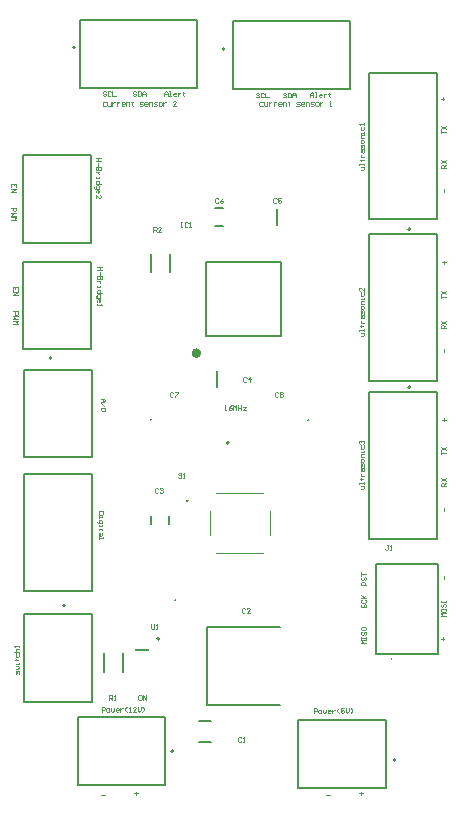
<source format=gto>
G04*
G04 #@! TF.GenerationSoftware,Altium Limited,Altium Designer,24.1.2 (44)*
G04*
G04 Layer_Color=65535*
%FSLAX44Y44*%
%MOMM*%
G71*
G04*
G04 #@! TF.SameCoordinates,8B991FCA-0915-420C-AD92-161D74BCA782*
G04*
G04*
G04 #@! TF.FilePolarity,Positive*
G04*
G01*
G75*
%ADD10C,0.2000*%
%ADD11C,0.1000*%
%ADD12C,0.4000*%
%ADD13C,0.1270*%
%ADD14R,1.2000X0.2000*%
D10*
X168640Y212090D02*
G03*
X168640Y212090I-1000J0D01*
G01*
X156720Y307280D02*
G03*
X156720Y307280I-1000J0D01*
G01*
X77200Y335430D02*
G03*
X77200Y335430I-1000J0D01*
G01*
X215480Y473200D02*
G03*
X215480Y473200I-1000J0D01*
G01*
X283080Y492760D02*
G03*
X283080Y492760I-500J0D01*
G01*
X149720D02*
G03*
X149720Y492760I-500J0D01*
G01*
X170280Y340360D02*
G03*
X170280Y340360I-500J0D01*
G01*
X65600Y544880D02*
G03*
X65600Y544880I-1000J0D01*
G01*
X85410Y807720D02*
G03*
X85410Y807720I-1000J0D01*
G01*
X356750Y204470D02*
G03*
X356750Y204470I-1000J0D01*
G01*
X179790Y424130D02*
G03*
X180790Y424130I500J0D01*
G01*
D02*
G03*
X179790Y424130I-500J0D01*
G01*
D02*
G03*
X180790Y424130I500J0D01*
G01*
X211870Y806450D02*
G03*
X211870Y806450I-1000J0D01*
G01*
X369300Y520230D02*
G03*
X369300Y520230I-1000J0D01*
G01*
Y654050D02*
G03*
X369300Y654050I-1000J0D01*
G01*
X164980Y404170D02*
Y411170D01*
X149980Y404170D02*
Y411170D01*
X340360Y294640D02*
X392430D01*
Y370840D01*
X340360D02*
X392430D01*
X340360Y294640D02*
Y370840D01*
X196530Y563540D02*
Y626540D01*
X259530D01*
Y563540D02*
Y626540D01*
X196530Y563540D02*
X259530D01*
X205740Y520050D02*
Y534050D01*
X203510Y671710D02*
X210510D01*
X203510Y656710D02*
X210510D01*
X256540Y657210D02*
Y671210D01*
D11*
X353060Y290340D02*
G03*
X353060Y289340I0J-500D01*
G01*
D02*
G03*
X353060Y290340I0J500D01*
G01*
X204790Y379630D02*
X244790D01*
X204790Y430630D02*
X244790D01*
X250290Y395130D02*
Y415130D01*
X199290Y395130D02*
Y415130D01*
X399050Y705850D02*
X395051D01*
Y707849D01*
X395718Y708516D01*
X397051D01*
X397717Y707849D01*
Y705850D01*
Y707183D02*
X399050Y708516D01*
X395051Y709849D02*
X399050Y712514D01*
X395051D02*
X399050Y709849D01*
Y569960D02*
X395051D01*
Y571959D01*
X395718Y572626D01*
X397051D01*
X397717Y571959D01*
Y569960D01*
Y571293D02*
X399050Y572626D01*
X395051Y573959D02*
X399050Y576624D01*
X395051D02*
X399050Y573959D01*
Y436610D02*
X395051D01*
Y438609D01*
X395718Y439276D01*
X397051D01*
X397717Y438609D01*
Y436610D01*
Y437943D02*
X399050Y439276D01*
X395051Y440609D02*
X399050Y443274D01*
X395051D02*
X399050Y440609D01*
X395051Y463280D02*
Y465946D01*
Y464613D01*
X399050D01*
X395051Y467279D02*
X399050Y469944D01*
X395051D02*
X399050Y467279D01*
X395051Y595360D02*
Y598026D01*
Y596693D01*
X399050D01*
X395051Y599359D02*
X399050Y602024D01*
X395051D02*
X399050Y599359D01*
X395051Y735060D02*
Y737726D01*
Y736393D01*
X399050D01*
X395051Y739059D02*
X399050Y741724D01*
X395051D02*
X399050Y739059D01*
Y326120D02*
X395051D01*
X396384Y327453D01*
X395051Y328786D01*
X399050D01*
X395051Y332118D02*
Y330785D01*
X395718Y330119D01*
X398384D01*
X399050Y330785D01*
Y332118D01*
X398384Y332785D01*
X395718D01*
X395051Y332118D01*
X395718Y336783D02*
X395051Y336117D01*
Y334784D01*
X395718Y334117D01*
X396384D01*
X397051Y334784D01*
Y336117D01*
X397717Y336783D01*
X398384D01*
X399050Y336117D01*
Y334784D01*
X398384Y334117D01*
X395051Y338116D02*
Y339449D01*
Y338783D01*
X399050D01*
Y338116D01*
Y339449D01*
X328408Y336406D02*
X327741Y335739D01*
Y334406D01*
X328408Y333740D01*
X329074D01*
X329741Y334406D01*
Y335739D01*
X330407Y336406D01*
X331074D01*
X331740Y335739D01*
Y334406D01*
X331074Y333740D01*
X328408Y340405D02*
X327741Y339738D01*
Y338405D01*
X328408Y337739D01*
X331074D01*
X331740Y338405D01*
Y339738D01*
X331074Y340405D01*
X327741Y341737D02*
X331740D01*
X330407D01*
X327741Y344403D01*
X329741Y342404D01*
X331740Y344403D01*
Y303260D02*
X327741D01*
X329074Y304593D01*
X327741Y305926D01*
X331740D01*
X327741Y307259D02*
Y308592D01*
Y307925D01*
X331740D01*
Y307259D01*
Y308592D01*
X328408Y313257D02*
X327741Y312590D01*
Y311257D01*
X328408Y310591D01*
X329074D01*
X329741Y311257D01*
Y312590D01*
X330407Y313257D01*
X331074D01*
X331740Y312590D01*
Y311257D01*
X331074Y310591D01*
X327741Y316589D02*
Y315256D01*
X328408Y314590D01*
X331074D01*
X331740Y315256D01*
Y316589D01*
X331074Y317255D01*
X328408D01*
X327741Y316589D01*
X331740Y352790D02*
X327741D01*
Y354789D01*
X328408Y355456D01*
X329741D01*
X330407Y354789D01*
Y352790D01*
Y354123D02*
X331740Y355456D01*
X328408Y359454D02*
X327741Y358788D01*
Y357455D01*
X328408Y356789D01*
X329074D01*
X329741Y357455D01*
Y358788D01*
X330407Y359454D01*
X331074D01*
X331740Y358788D01*
Y357455D01*
X331074Y356789D01*
X327741Y360787D02*
Y363453D01*
Y362120D01*
X331740D01*
X396447Y305800D02*
Y308466D01*
X395114Y307133D02*
X397780D01*
X397780Y357870D02*
Y360536D01*
X396447Y763000D02*
Y765666D01*
X395114Y764333D02*
X397780D01*
X397780Y685530D02*
Y688196D01*
X397717Y624570D02*
Y627236D01*
X396384Y625903D02*
X399050D01*
X397780Y549640D02*
Y552306D01*
X397717Y491220D02*
Y493886D01*
X396384Y492553D02*
X399050D01*
X397780Y415020D02*
Y417686D01*
X284392Y765936D02*
Y768602D01*
X285725Y769934D01*
X287058Y768602D01*
Y765936D01*
Y767935D01*
X284392D01*
X288391Y765936D02*
X289723D01*
X289057D01*
Y769934D01*
X288391D01*
X293722Y765936D02*
X292389D01*
X291723Y766602D01*
Y767935D01*
X292389Y768602D01*
X293722D01*
X294389Y767935D01*
Y767269D01*
X291723D01*
X295721Y768602D02*
Y765936D01*
Y767269D01*
X296388Y767935D01*
X297054Y768602D01*
X297721D01*
X300387Y769268D02*
Y768602D01*
X299720D01*
X301053D01*
X300387D01*
Y766602D01*
X301053Y765936D01*
X264016Y768872D02*
X263349Y769539D01*
X262016D01*
X261350Y768872D01*
Y768206D01*
X262016Y767539D01*
X263349D01*
X264016Y766873D01*
Y766206D01*
X263349Y765540D01*
X262016D01*
X261350Y766206D01*
X265349Y769539D02*
Y765540D01*
X267348D01*
X268015Y766206D01*
Y768872D01*
X267348Y769539D01*
X265349D01*
X269347Y765540D02*
Y768206D01*
X270680Y769539D01*
X272013Y768206D01*
Y765540D01*
Y767539D01*
X269347D01*
X241156Y768872D02*
X240489Y769539D01*
X239156D01*
X238490Y768872D01*
Y768206D01*
X239156Y767539D01*
X240489D01*
X241156Y766873D01*
Y766206D01*
X240489Y765540D01*
X239156D01*
X238490Y766206D01*
X245154Y768872D02*
X244488Y769539D01*
X243155D01*
X242489Y768872D01*
Y766206D01*
X243155Y765540D01*
X244488D01*
X245154Y766206D01*
X246487Y769539D02*
Y765540D01*
X249153D01*
X161020Y766810D02*
Y769476D01*
X162353Y770809D01*
X163686Y769476D01*
Y766810D01*
Y768809D01*
X161020D01*
X165019Y766810D02*
X166352D01*
X165685D01*
Y770809D01*
X165019D01*
X170350Y766810D02*
X169017D01*
X168351Y767476D01*
Y768809D01*
X169017Y769476D01*
X170350D01*
X171017Y768809D01*
Y768143D01*
X168351D01*
X172350Y769476D02*
Y766810D01*
Y768143D01*
X173016Y768809D01*
X173682Y769476D01*
X174349D01*
X177015Y770142D02*
Y769476D01*
X176348D01*
X177681D01*
X177015D01*
Y767476D01*
X177681Y766810D01*
X111616Y770142D02*
X110949Y770809D01*
X109616D01*
X108950Y770142D01*
Y769476D01*
X109616Y768809D01*
X110949D01*
X111616Y768143D01*
Y767476D01*
X110949Y766810D01*
X109616D01*
X108950Y767476D01*
X115615Y770142D02*
X114948Y770809D01*
X113615D01*
X112949Y770142D01*
Y767476D01*
X113615Y766810D01*
X114948D01*
X115615Y767476D01*
X116947Y770809D02*
Y766810D01*
X119613D01*
X137016Y770142D02*
X136349Y770809D01*
X135016D01*
X134350Y770142D01*
Y769476D01*
X135016Y768809D01*
X136349D01*
X137016Y768143D01*
Y767476D01*
X136349Y766810D01*
X135016D01*
X134350Y767476D01*
X138349Y770809D02*
Y766810D01*
X140348D01*
X141014Y767476D01*
Y770142D01*
X140348Y770809D01*
X138349D01*
X142347Y766810D02*
Y769476D01*
X143680Y770809D01*
X145013Y769476D01*
Y766810D01*
Y768809D01*
X142347D01*
X31480Y672100D02*
X35479D01*
Y670101D01*
X34812Y669434D01*
X33479D01*
X32813Y670101D01*
Y672100D01*
X35479Y668101D02*
X31480D01*
X32813Y666768D01*
X31480Y665435D01*
X35479D01*
X31480Y664103D02*
X35479D01*
X34146Y662770D01*
X35479Y661437D01*
X31480D01*
X35479Y689754D02*
Y692420D01*
X31480D01*
Y689754D01*
X33479Y692420D02*
Y691087D01*
X31480Y688421D02*
X35479D01*
X31480Y685755D01*
X35479D01*
X36749Y602124D02*
Y604790D01*
X32750D01*
Y602124D01*
X34749Y604790D02*
Y603457D01*
X32750Y600791D02*
X36749D01*
X32750Y598125D01*
X36749D01*
X32750Y584470D02*
X36749D01*
Y582471D01*
X36082Y581804D01*
X34749D01*
X34083Y582471D01*
Y584470D01*
X36749Y580471D02*
X32750D01*
X34083Y579138D01*
X32750Y577805D01*
X36749D01*
X32750Y576473D02*
X36749D01*
X35416Y575140D01*
X36749Y573807D01*
X32750D01*
X326120Y176323D02*
X328786D01*
X327453Y177656D02*
Y174990D01*
X298180D02*
X300846D01*
X107680D02*
X110346D01*
X135620Y176323D02*
X138286D01*
X136953Y177656D02*
Y174990D01*
X140907Y259809D02*
X139574D01*
X138908Y259143D01*
Y256477D01*
X139574Y255811D01*
X140907D01*
X141574Y256477D01*
Y259143D01*
X140907Y259809D01*
X142906Y255811D02*
Y259809D01*
X145572Y255811D01*
Y259809D01*
X114174Y255811D02*
Y259809D01*
X116174D01*
X116840Y259143D01*
Y257810D01*
X116174Y257144D01*
X114174D01*
X115507D02*
X116840Y255811D01*
X118173D02*
X119506D01*
X118839D01*
Y259809D01*
X118173Y259143D01*
X37559Y277564D02*
Y279563D01*
X36893Y280230D01*
X36226Y279563D01*
Y278230D01*
X35560Y277564D01*
X34894Y278230D01*
Y280230D01*
Y281563D02*
X36893D01*
X37559Y282229D01*
X36893Y282896D01*
X37559Y283562D01*
X36893Y284228D01*
X34894D01*
X37559Y285561D02*
Y286894D01*
Y286228D01*
X34894D01*
Y285561D01*
X34227Y289560D02*
X34894D01*
Y288894D01*
Y290226D01*
Y289560D01*
X36893D01*
X37559Y290226D01*
X34894Y294892D02*
Y292892D01*
X35560Y292226D01*
X36893D01*
X37559Y292892D01*
Y294892D01*
X33561Y296224D02*
X37559D01*
X35560D01*
X34894Y296891D01*
Y298224D01*
X35560Y298890D01*
X37559D01*
Y300223D02*
Y301556D01*
Y300890D01*
X33561D01*
X34227Y300223D01*
X226060Y223583D02*
X225394Y224249D01*
X224061D01*
X223394Y223583D01*
Y220917D01*
X224061Y220251D01*
X225394D01*
X226060Y220917D01*
X227393Y220251D02*
X228726D01*
X228059D01*
Y224249D01*
X227393Y223583D01*
X229204Y332803D02*
X228537Y333469D01*
X227204D01*
X226538Y332803D01*
Y330137D01*
X227204Y329471D01*
X228537D01*
X229204Y330137D01*
X233202Y329471D02*
X230536D01*
X233202Y332136D01*
Y332803D01*
X232536Y333469D01*
X231203D01*
X230536Y332803D01*
X287202Y244381D02*
Y248379D01*
X289201D01*
X289868Y247713D01*
Y246380D01*
X289201Y245714D01*
X287202D01*
X291867Y244381D02*
X293200D01*
X293867Y245047D01*
Y246380D01*
X293200Y247047D01*
X291867D01*
X291201Y246380D01*
Y245047D01*
X291867Y244381D01*
X295199Y247047D02*
Y245047D01*
X295866Y244381D01*
X296532Y245047D01*
X297199Y244381D01*
X297865Y245047D01*
Y247047D01*
X301197Y244381D02*
X299865D01*
X299198Y245047D01*
Y246380D01*
X299865Y247047D01*
X301197D01*
X301864Y246380D01*
Y245714D01*
X299198D01*
X303197Y247047D02*
Y244381D01*
Y245714D01*
X303863Y246380D01*
X304530Y247047D01*
X305196D01*
X308528Y244381D02*
X307195Y245714D01*
Y247047D01*
X308528Y248379D01*
X313193D02*
X310528D01*
Y246380D01*
X311861Y247047D01*
X312527D01*
X313193Y246380D01*
Y245047D01*
X312527Y244381D01*
X311194D01*
X310528Y245047D01*
X314526Y248379D02*
Y245714D01*
X315859Y244381D01*
X317192Y245714D01*
Y248379D01*
X318525Y244381D02*
X319858Y245714D01*
Y247047D01*
X318525Y248379D01*
X350520Y386809D02*
X349187D01*
X349854D01*
Y383477D01*
X349187Y382811D01*
X348521D01*
X347854Y383477D01*
X351853Y382811D02*
X353186D01*
X352519D01*
Y386809D01*
X351853Y386143D01*
X149734Y319499D02*
Y316167D01*
X150401Y315501D01*
X151734D01*
X152400Y316167D01*
Y319499D01*
X153733Y315501D02*
X155066D01*
X154399D01*
Y319499D01*
X153733Y318833D01*
X326993Y434333D02*
X328993D01*
X329659Y435000D01*
Y436999D01*
X326993D01*
X329659Y438332D02*
Y439665D01*
Y438998D01*
X325661D01*
Y438332D01*
X326327Y442331D02*
X326993D01*
Y441664D01*
Y442997D01*
Y442331D01*
X328993D01*
X329659Y442997D01*
X326993Y444996D02*
X329659D01*
X328326D01*
X327660Y445663D01*
X326993Y446329D01*
Y446996D01*
Y449662D02*
Y450995D01*
X327660Y451661D01*
X329659D01*
Y449662D01*
X328993Y448995D01*
X328326Y449662D01*
Y451661D01*
X329659Y452994D02*
Y454993D01*
X328993Y455660D01*
X328326Y454993D01*
Y453660D01*
X327660Y452994D01*
X326993Y453660D01*
Y455660D01*
X329659Y457659D02*
Y458992D01*
X328993Y459658D01*
X327660D01*
X326993Y458992D01*
Y457659D01*
X327660Y456993D01*
X328993D01*
X329659Y457659D01*
Y460991D02*
X326993D01*
Y462991D01*
X327660Y463657D01*
X329659D01*
Y464990D02*
Y466323D01*
Y465656D01*
X326993D01*
Y464990D01*
Y470988D02*
Y468989D01*
X327660Y468322D01*
X328993D01*
X329659Y468989D01*
Y470988D01*
X326327Y472321D02*
X325661Y472987D01*
Y474320D01*
X326327Y474987D01*
X326993D01*
X327660Y474320D01*
Y473654D01*
Y474320D01*
X328326Y474987D01*
X328993D01*
X329659Y474320D01*
Y472987D01*
X328993Y472321D01*
X326993Y563873D02*
X328993D01*
X329659Y564540D01*
Y566539D01*
X326993D01*
X329659Y567872D02*
Y569205D01*
Y568538D01*
X325661D01*
Y567872D01*
X326327Y571871D02*
X326993D01*
Y571204D01*
Y572537D01*
Y571871D01*
X328993D01*
X329659Y572537D01*
X326993Y574537D02*
X329659D01*
X328326D01*
X327660Y575203D01*
X326993Y575869D01*
Y576536D01*
Y579202D02*
Y580535D01*
X327660Y581201D01*
X329659D01*
Y579202D01*
X328993Y578535D01*
X328326Y579202D01*
Y581201D01*
X329659Y582534D02*
Y584533D01*
X328993Y585200D01*
X328326Y584533D01*
Y583200D01*
X327660Y582534D01*
X326993Y583200D01*
Y585200D01*
X329659Y587199D02*
Y588532D01*
X328993Y589198D01*
X327660D01*
X326993Y588532D01*
Y587199D01*
X327660Y586533D01*
X328993D01*
X329659Y587199D01*
Y590531D02*
X326993D01*
Y592531D01*
X327660Y593197D01*
X329659D01*
Y594530D02*
Y595863D01*
Y595196D01*
X326993D01*
Y594530D01*
Y600528D02*
Y598529D01*
X327660Y597862D01*
X328993D01*
X329659Y598529D01*
Y600528D01*
Y604527D02*
Y601861D01*
X326993Y604527D01*
X326327D01*
X325661Y603860D01*
Y602527D01*
X326327Y601861D01*
X326993Y704240D02*
X328993D01*
X329659Y704906D01*
Y706906D01*
X326993D01*
X329659Y708238D02*
Y709571D01*
Y708905D01*
X325661D01*
Y708238D01*
X326327Y712237D02*
X326993D01*
Y711571D01*
Y712904D01*
Y712237D01*
X328993D01*
X329659Y712904D01*
X326993Y714903D02*
X329659D01*
X328326D01*
X327660Y715569D01*
X326993Y716236D01*
Y716902D01*
Y719568D02*
Y720901D01*
X327660Y721567D01*
X329659D01*
Y719568D01*
X328993Y718902D01*
X328326Y719568D01*
Y721567D01*
X329659Y722900D02*
Y724900D01*
X328993Y725566D01*
X328326Y724900D01*
Y723567D01*
X327660Y722900D01*
X326993Y723567D01*
Y725566D01*
X329659Y727566D02*
Y728898D01*
X328993Y729565D01*
X327660D01*
X326993Y728898D01*
Y727566D01*
X327660Y726899D01*
X328993D01*
X329659Y727566D01*
Y730898D02*
X326993D01*
Y732897D01*
X327660Y733564D01*
X329659D01*
Y734896D02*
Y736229D01*
Y735563D01*
X326993D01*
Y734896D01*
Y740894D02*
Y738895D01*
X327660Y738229D01*
X328993D01*
X329659Y738895D01*
Y740894D01*
Y742227D02*
Y743560D01*
Y742894D01*
X325661D01*
X326327Y742227D01*
X175260Y447103D02*
X174594Y447769D01*
X173261D01*
X172594Y447103D01*
Y446437D01*
X173261Y445770D01*
X174594D01*
X175260Y445104D01*
Y444437D01*
X174594Y443771D01*
X173261D01*
X172594Y444437D01*
X176593Y443771D02*
X177926D01*
X177259D01*
Y447769D01*
X176593Y447103D01*
X151608Y652051D02*
Y656049D01*
X153607D01*
X154274Y655383D01*
Y654050D01*
X153607Y653384D01*
X151608D01*
X152941D02*
X154274Y652051D01*
X158272D02*
X155606D01*
X158272Y654716D01*
Y655383D01*
X157606Y656049D01*
X156273D01*
X155606Y655383D01*
X107736Y245651D02*
Y249649D01*
X109735D01*
X110402Y248983D01*
Y247650D01*
X109735Y246984D01*
X107736D01*
X112401Y245651D02*
X113734D01*
X114400Y246317D01*
Y247650D01*
X113734Y248316D01*
X112401D01*
X111735Y247650D01*
Y246317D01*
X112401Y245651D01*
X115733Y248316D02*
Y246317D01*
X116400Y245651D01*
X117066Y246317D01*
X117733Y245651D01*
X118399Y246317D01*
Y248316D01*
X121731Y245651D02*
X120398D01*
X119732Y246317D01*
Y247650D01*
X120398Y248316D01*
X121731D01*
X122398Y247650D01*
Y246984D01*
X119732D01*
X123731Y248316D02*
Y245651D01*
Y246984D01*
X124397Y247650D01*
X125064Y248316D01*
X125730D01*
X129062Y245651D02*
X127729Y246984D01*
Y248316D01*
X129062Y249649D01*
X131062Y245651D02*
X132395D01*
X131728D01*
Y249649D01*
X131062Y248983D01*
X137060Y245651D02*
X134394D01*
X137060Y248316D01*
Y248983D01*
X136393Y249649D01*
X135060D01*
X134394Y248983D01*
X138393Y249649D02*
Y246984D01*
X139726Y245651D01*
X141058Y246984D01*
Y249649D01*
X142391Y245651D02*
X143724Y246984D01*
Y248316D01*
X142391Y249649D01*
X174738Y659859D02*
X176071D01*
X175404D01*
Y655861D01*
X174738D01*
X176071D01*
X180736Y659193D02*
X180070Y659859D01*
X178737D01*
X178070Y659193D01*
Y656527D01*
X178737Y655861D01*
X180070D01*
X180736Y656527D01*
X182069Y655861D02*
X183402D01*
X182736D01*
Y659859D01*
X182069Y659193D01*
X106976Y714424D02*
X102977D01*
X104977D01*
Y711758D01*
X106976D01*
X102977D01*
X104977Y710426D02*
Y707760D01*
X106976Y706427D02*
X102977D01*
Y704427D01*
X103644Y703761D01*
X104310D01*
X104977Y704427D01*
Y706427D01*
Y704427D01*
X105643Y703761D01*
X106309D01*
X106976Y704427D01*
Y706427D01*
X105643Y702428D02*
X102977D01*
X104310D01*
X104977Y701762D01*
X105643Y701095D01*
Y700429D01*
X102977Y698429D02*
Y697097D01*
Y697763D01*
X105643D01*
Y698429D01*
X106976Y692431D02*
X102977D01*
Y694431D01*
X103644Y695097D01*
X104977D01*
X105643Y694431D01*
Y692431D01*
X101644Y689766D02*
Y689099D01*
X102311Y688433D01*
X105643D01*
Y690432D01*
X104977Y691098D01*
X103644D01*
X102977Y690432D01*
Y688433D01*
Y685100D02*
Y686433D01*
X103644Y687100D01*
X104977D01*
X105643Y686433D01*
Y685100D01*
X104977Y684434D01*
X104310D01*
Y687100D01*
X102977Y680435D02*
Y683101D01*
X105643Y680435D01*
X106309D01*
X106976Y681102D01*
Y682435D01*
X106309Y683101D01*
X108076Y622118D02*
X104077D01*
X106076D01*
Y619452D01*
X108076D01*
X104077D01*
X106076Y618119D02*
Y615453D01*
X108076Y614121D02*
X104077D01*
Y612121D01*
X104743Y611455D01*
X105410D01*
X106076Y612121D01*
Y614121D01*
Y612121D01*
X106743Y611455D01*
X107409D01*
X108076Y612121D01*
Y614121D01*
X106743Y610122D02*
X104077D01*
X105410D01*
X106076Y609455D01*
X106743Y608789D01*
Y608122D01*
X104077Y606123D02*
Y604790D01*
Y605457D01*
X106743D01*
Y606123D01*
X108076Y600125D02*
X104077D01*
Y602124D01*
X104743Y602791D01*
X106076D01*
X106743Y602124D01*
Y600125D01*
X102744Y597459D02*
Y596793D01*
X103411Y596126D01*
X106743D01*
Y598126D01*
X106076Y598792D01*
X104743D01*
X104077Y598126D01*
Y596126D01*
Y592794D02*
Y594127D01*
X104743Y594794D01*
X106076D01*
X106743Y594127D01*
Y592794D01*
X106076Y592128D01*
X105410D01*
Y594794D01*
X104077Y590795D02*
Y589462D01*
Y590128D01*
X108076D01*
X107409Y590795D01*
X109176Y415123D02*
X105177D01*
Y413124D01*
X105843Y412457D01*
X108509D01*
X109176Y413124D01*
Y415123D01*
X105177Y411124D02*
Y409791D01*
Y410458D01*
X107843D01*
Y411124D01*
X103844Y406459D02*
Y405793D01*
X104511Y405126D01*
X107843D01*
Y407125D01*
X107176Y407792D01*
X105843D01*
X105177Y407125D01*
Y405126D01*
Y403793D02*
Y402460D01*
Y403127D01*
X107843D01*
Y403793D01*
X108509Y399795D02*
X107843D01*
Y400461D01*
Y399128D01*
Y399795D01*
X105843D01*
X105177Y399128D01*
X107843Y396462D02*
Y395129D01*
X107176Y394463D01*
X105177D01*
Y396462D01*
X105843Y397129D01*
X106510Y396462D01*
Y394463D01*
X105177Y393130D02*
Y391797D01*
Y392464D01*
X109176D01*
Y393130D01*
X111376Y761396D02*
X109376D01*
X108710Y760730D01*
Y759397D01*
X109376Y758731D01*
X111376D01*
X112709Y761396D02*
Y759397D01*
X113375Y758731D01*
X115375D01*
Y761396D01*
X116707D02*
Y758731D01*
Y760064D01*
X117374Y760730D01*
X118040Y761396D01*
X118707D01*
X120706D02*
Y758731D01*
Y760064D01*
X121373Y760730D01*
X122039Y761396D01*
X122705D01*
X126704Y758731D02*
X125371D01*
X124705Y759397D01*
Y760730D01*
X125371Y761396D01*
X126704D01*
X127371Y760730D01*
Y760064D01*
X124705D01*
X128704Y758731D02*
Y761396D01*
X130703D01*
X131369Y760730D01*
Y758731D01*
X133369Y762063D02*
Y761396D01*
X132702D01*
X134035D01*
X133369D01*
Y759397D01*
X134035Y758731D01*
X140033D02*
X142033D01*
X142699Y759397D01*
X142033Y760064D01*
X140700D01*
X140033Y760730D01*
X140700Y761396D01*
X142699D01*
X146031Y758731D02*
X144698D01*
X144032Y759397D01*
Y760730D01*
X144698Y761396D01*
X146031D01*
X146698Y760730D01*
Y760064D01*
X144032D01*
X148031Y758731D02*
Y761396D01*
X150030D01*
X150696Y760730D01*
Y758731D01*
X152029D02*
X154029D01*
X154695Y759397D01*
X154029Y760064D01*
X152696D01*
X152029Y760730D01*
X152696Y761396D01*
X154695D01*
X156694Y758731D02*
X158027D01*
X158694Y759397D01*
Y760730D01*
X158027Y761396D01*
X156694D01*
X156028Y760730D01*
Y759397D01*
X156694Y758731D01*
X160027Y761396D02*
Y758731D01*
Y760064D01*
X160693Y760730D01*
X161360Y761396D01*
X162026D01*
X170690Y758731D02*
X168024D01*
X170690Y761396D01*
Y762063D01*
X170023Y762729D01*
X168690D01*
X168024Y762063D01*
X244122Y761396D02*
X242123D01*
X241457Y760730D01*
Y759397D01*
X242123Y758731D01*
X244122D01*
X245455Y761396D02*
Y759397D01*
X246122Y758731D01*
X248121D01*
Y761396D01*
X249454D02*
Y758731D01*
Y760064D01*
X250120Y760730D01*
X250787Y761396D01*
X251453D01*
X253453D02*
Y758731D01*
Y760064D01*
X254119Y760730D01*
X254785Y761396D01*
X255452D01*
X259451Y758731D02*
X258118D01*
X257451Y759397D01*
Y760730D01*
X258118Y761396D01*
X259451D01*
X260117Y760730D01*
Y760064D01*
X257451D01*
X261450Y758731D02*
Y761396D01*
X263449D01*
X264116Y760730D01*
Y758731D01*
X266115Y762063D02*
Y761396D01*
X265449D01*
X266782D01*
X266115D01*
Y759397D01*
X266782Y758731D01*
X272780D02*
X274779D01*
X275445Y759397D01*
X274779Y760064D01*
X273446D01*
X272780Y760730D01*
X273446Y761396D01*
X275445D01*
X278778Y758731D02*
X277445D01*
X276778Y759397D01*
Y760730D01*
X277445Y761396D01*
X278778D01*
X279444Y760730D01*
Y760064D01*
X276778D01*
X280777Y758731D02*
Y761396D01*
X282776D01*
X283443Y760730D01*
Y758731D01*
X284776D02*
X286775D01*
X287442Y759397D01*
X286775Y760064D01*
X285442D01*
X284776Y760730D01*
X285442Y761396D01*
X287442D01*
X289441Y758731D02*
X290774D01*
X291440Y759397D01*
Y760730D01*
X290774Y761396D01*
X289441D01*
X288775Y760730D01*
Y759397D01*
X289441Y758731D01*
X292773Y761396D02*
Y758731D01*
Y760064D01*
X293440Y760730D01*
X294106Y761396D01*
X294772D01*
X300771Y758731D02*
X302104D01*
X301437D01*
Y762729D01*
X300771Y762063D01*
X206644Y679513D02*
X205977Y680179D01*
X204644D01*
X203978Y679513D01*
Y676847D01*
X204644Y676181D01*
X205977D01*
X206644Y676847D01*
X210642Y680179D02*
X209309Y679513D01*
X207976Y678180D01*
Y676847D01*
X208643Y676181D01*
X209976D01*
X210642Y676847D01*
Y677514D01*
X209976Y678180D01*
X207976D01*
X255874Y679513D02*
X255207Y680179D01*
X253874D01*
X253208Y679513D01*
Y676847D01*
X253874Y676181D01*
X255207D01*
X255874Y676847D01*
X259872Y680179D02*
X257206D01*
Y678180D01*
X258539Y678847D01*
X259206D01*
X259872Y678180D01*
Y676847D01*
X259206Y676181D01*
X257873D01*
X257206Y676847D01*
X230474Y528383D02*
X229807Y529049D01*
X228474D01*
X227808Y528383D01*
Y525717D01*
X228474Y525051D01*
X229807D01*
X230474Y525717D01*
X233806Y525051D02*
Y529049D01*
X231806Y527050D01*
X234472D01*
X155544Y434403D02*
X154877Y435069D01*
X153544D01*
X152878Y434403D01*
Y431737D01*
X153544Y431071D01*
X154877D01*
X155544Y431737D01*
X156876Y434403D02*
X157543Y435069D01*
X158876D01*
X159542Y434403D01*
Y433736D01*
X158876Y433070D01*
X158209D01*
X158876D01*
X159542Y432404D01*
Y431737D01*
X158876Y431071D01*
X157543D01*
X156876Y431737D01*
X107051Y510592D02*
X109717D01*
X111049Y509259D01*
X109717Y507926D01*
X107051D01*
X109050D01*
Y510592D01*
X107051Y506593D02*
X109717Y503927D01*
X111049Y502594D02*
X107051D01*
Y500595D01*
X107717Y499928D01*
X110383D01*
X111049Y500595D01*
Y502594D01*
X257144Y515683D02*
X256477Y516349D01*
X255144D01*
X254478Y515683D01*
Y513017D01*
X255144Y512351D01*
X256477D01*
X257144Y513017D01*
X258476Y515683D02*
X259143Y516349D01*
X260476D01*
X261142Y515683D01*
Y515017D01*
X260476Y514350D01*
X261142Y513684D01*
Y513017D01*
X260476Y512351D01*
X259143D01*
X258476Y513017D01*
Y513684D01*
X259143Y514350D01*
X258476Y515017D01*
Y515683D01*
X259143Y514350D02*
X260476D01*
X168244Y515683D02*
X167577Y516349D01*
X166244D01*
X165578Y515683D01*
Y513017D01*
X166244Y512351D01*
X167577D01*
X168244Y513017D01*
X169576Y516349D02*
X172242D01*
Y515683D01*
X169576Y513017D01*
Y512351D01*
X211983Y500921D02*
X213316D01*
X212649D01*
Y504919D01*
X211983Y504253D01*
X217981Y504919D02*
X216648Y504253D01*
X215315Y502920D01*
Y501587D01*
X215982Y500921D01*
X217315D01*
X217981Y501587D01*
Y502254D01*
X217315Y502920D01*
X215315D01*
X219314Y500921D02*
Y504919D01*
X220647Y503587D01*
X221980Y504919D01*
Y500921D01*
X223313Y504919D02*
Y500921D01*
Y502920D01*
X225978D01*
Y504919D01*
Y500921D01*
X227311Y503587D02*
X229977D01*
X227311Y500921D01*
X229977D01*
D12*
X190030Y549040D02*
G03*
X190030Y549040I-2000J0D01*
G01*
D13*
X87660Y241010D02*
X161660D01*
X87660Y183510D02*
Y241010D01*
Y183510D02*
X161660D01*
Y241010D01*
X110110Y279220D02*
Y294820D01*
X126110Y279220D02*
Y294820D01*
X196600Y251480D02*
X258600D01*
X196600D02*
Y317480D01*
X258600D01*
X149480Y617800D02*
Y633400D01*
X165480Y617800D02*
Y633400D01*
X42200Y328030D02*
X99700D01*
Y254030D02*
Y328030D01*
X42200Y254030D02*
X99700D01*
X42200D02*
Y328030D01*
X190380Y237600D02*
X200780D01*
X190380Y219600D02*
X200780D01*
X98600Y552280D02*
Y626280D01*
X41100D02*
X98600D01*
X41100Y552280D02*
Y626280D01*
Y552280D02*
X98600D01*
X188330Y773720D02*
Y831220D01*
X89330D02*
X188330D01*
X89330Y773720D02*
Y831220D01*
Y773720D02*
X188330D01*
X348350Y180970D02*
Y238470D01*
X274350Y180970D02*
X348350D01*
X274350D02*
Y238470D01*
X348350D01*
X334300Y786500D02*
X391800D01*
X334300Y662500D02*
Y786500D01*
X391800Y662500D02*
Y786500D01*
X334300Y662500D02*
X391800D01*
X41270Y642650D02*
X98770D01*
X41270D02*
Y716650D01*
X98770D01*
Y642650D02*
Y716650D01*
X218870Y772450D02*
X317870D01*
X218870D02*
Y829950D01*
X317870D01*
Y772450D02*
Y829950D01*
X42370Y460840D02*
X99870D01*
X42370D02*
Y534840D01*
X99870D01*
Y460840D02*
Y534840D01*
X334300Y391990D02*
Y515990D01*
X391800D01*
Y391990D02*
Y515990D01*
X334300Y391990D02*
X391800D01*
X99870Y348010D02*
Y447010D01*
X42370Y348010D02*
X99870D01*
X42370D02*
Y447010D01*
X99870D01*
X334300Y525810D02*
Y649810D01*
X391800D01*
Y525810D02*
Y649810D01*
X334300Y525810D02*
X391800D01*
D14*
X142240Y298060D02*
D03*
M02*

</source>
